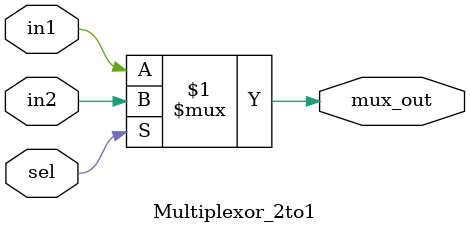
<source format=sv>
`timescale 1ns/1ps

module Multiplexor_2to1(
    input  logic in1,      // First input
    input  logic in2,      // Second input
    input  logic sel,      // Select line
    output logic mux_out   // Output of the mux
);

    // If sel = 1, output in2; else output in1
    assign mux_out = (sel) ? in2 : in1;

endmodule

</source>
